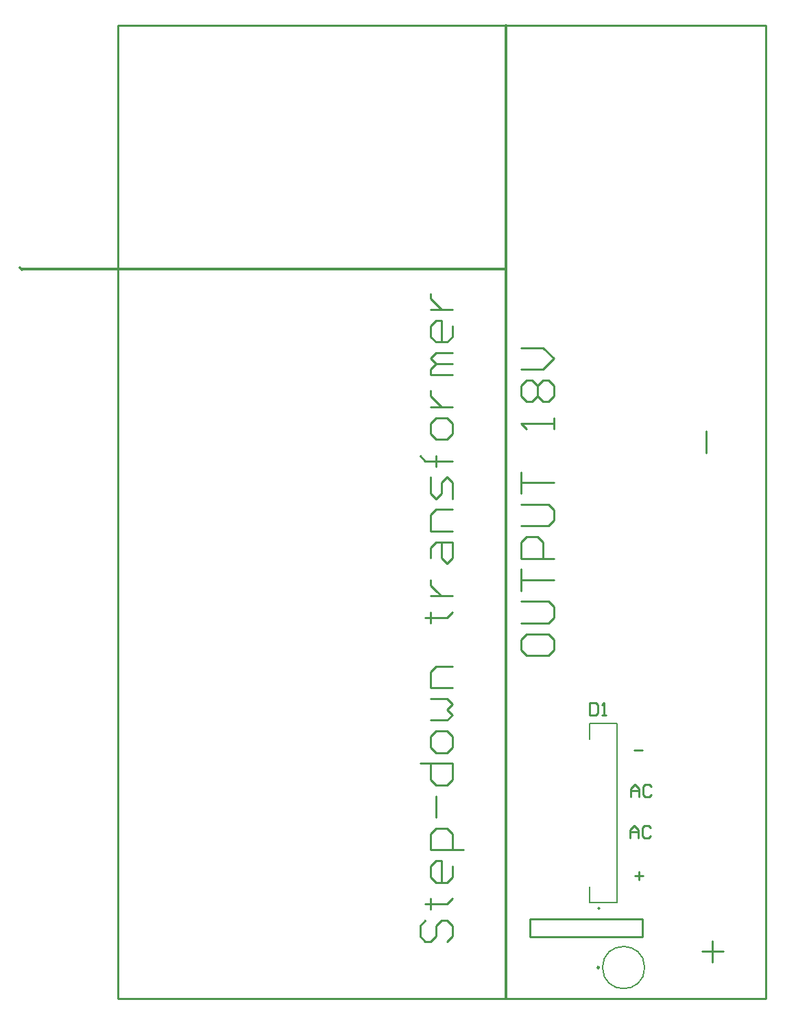
<source format=gto>
G04*
G04 #@! TF.GenerationSoftware,Altium Limited,Altium Designer,25.8.1 (18)*
G04*
G04 Layer_Color=65535*
%FSLAX44Y44*%
%MOMM*%
G71*
G04*
G04 #@! TF.SameCoordinates,5DA74081-E4BE-40B8-AF76-FA1F03DB232E*
G04*
G04*
G04 #@! TF.FilePolarity,Positive*
G04*
G01*
G75*
%ADD10C,0.1500*%
%ADD11C,0.2500*%
%ADD12C,0.2000*%
%ADD13C,0.2540*%
%ADD14C,0.3000*%
%ADD15C,0.1270*%
D10*
X771490Y38100D02*
G03*
X771490Y38100I-26000J0D01*
G01*
D11*
X715240D02*
G03*
X715240Y38100I-1250J0D01*
G01*
D12*
X716010Y111000D02*
G03*
X716010Y111000I-1000J0D01*
G01*
D13*
X629920Y76200D02*
X768350D01*
X629920Y97790D02*
X768350D01*
Y76200D02*
Y97790D01*
X629920Y76200D02*
Y97790D01*
X120750Y150D02*
X920750D01*
X120750Y1200150D02*
X920750D01*
Y150D02*
Y1200150D01*
X120750Y150D02*
Y1200150D01*
X855351Y44450D02*
Y71108D01*
X842022Y57779D02*
X868680D01*
X847090Y673100D02*
Y699758D01*
X619143Y442904D02*
Y429575D01*
X625807Y422910D01*
X652466D01*
X659130Y429575D01*
Y442904D01*
X652466Y449568D01*
X625807D01*
X619143Y442904D01*
Y462897D02*
X652466D01*
X659130Y469562D01*
Y482891D01*
X652466Y489555D01*
X619143D01*
Y502884D02*
Y529542D01*
Y516213D01*
X659130D01*
Y542871D02*
X619143D01*
Y562865D01*
X625807Y569529D01*
X639137D01*
X645801Y562865D01*
Y542871D01*
X619143Y582858D02*
X652466D01*
X659130Y589523D01*
Y602852D01*
X652466Y609516D01*
X619143D01*
Y622845D02*
Y649503D01*
Y636174D01*
X659130D01*
Y702820D02*
Y716149D01*
Y709484D01*
X619143D01*
X625807Y702820D01*
Y736142D02*
X619143Y742806D01*
Y756136D01*
X625807Y762800D01*
X632472D01*
X639137Y756136D01*
X645801Y762800D01*
X652466D01*
X659130Y756136D01*
Y742806D01*
X652466Y736142D01*
X645801D01*
X639137Y742806D01*
X632472Y736142D01*
X625807D01*
X639137Y742806D02*
Y756136D01*
X619143Y776129D02*
X645801D01*
X659130Y789458D01*
X645801Y802787D01*
X619143D01*
X758190Y306070D02*
X768347D01*
X753110Y198120D02*
Y208277D01*
X758188Y213355D01*
X763267Y208277D01*
Y198120D01*
Y205737D01*
X753110D01*
X778502Y210816D02*
X775963Y213355D01*
X770884D01*
X768345Y210816D01*
Y200659D01*
X770884Y198120D01*
X775963D01*
X778502Y200659D01*
X754380Y248920D02*
Y259077D01*
X759458Y264155D01*
X764537Y259077D01*
Y248920D01*
Y256537D01*
X754380D01*
X779772Y261616D02*
X777233Y264155D01*
X772154D01*
X769615Y261616D01*
Y251459D01*
X772154Y248920D01*
X777233D01*
X779772Y251459D01*
X759460Y151128D02*
X769617D01*
X764538Y156207D02*
Y146050D01*
X500718Y96508D02*
X494054Y89844D01*
Y76515D01*
X500718Y69850D01*
X507383D01*
X514047Y76515D01*
Y89844D01*
X520712Y96508D01*
X527377D01*
X534041Y89844D01*
Y76515D01*
X527377Y69850D01*
X500718Y116502D02*
X507383D01*
Y109837D01*
Y123166D01*
Y116502D01*
X527377D01*
X534041Y123166D01*
Y163153D02*
Y149824D01*
X527377Y143160D01*
X514047D01*
X507383Y149824D01*
Y163153D01*
X514047Y169818D01*
X520712D01*
Y143160D01*
X547370Y183147D02*
X507383D01*
Y203140D01*
X514047Y209805D01*
X527377D01*
X534041Y203140D01*
Y183147D01*
X514047Y223134D02*
Y249792D01*
X494054Y289779D02*
X534041D01*
Y269785D01*
X527377Y263121D01*
X514047D01*
X507383Y269785D01*
Y289779D01*
X534041Y309772D02*
Y323101D01*
X527377Y329766D01*
X514047D01*
X507383Y323101D01*
Y309772D01*
X514047Y303108D01*
X527377D01*
X534041Y309772D01*
X507383Y343095D02*
X527377D01*
X534041Y349759D01*
X527377Y356424D01*
X534041Y363088D01*
X527377Y369753D01*
X507383D01*
X534041Y383082D02*
X507383D01*
Y403076D01*
X514047Y409740D01*
X534041D01*
X500718Y469721D02*
X507383D01*
Y463056D01*
Y476385D01*
Y469721D01*
X527377D01*
X534041Y476385D01*
X507383Y496379D02*
X534041D01*
X520712D01*
X514047Y503043D01*
X507383Y509708D01*
Y516372D01*
Y543030D02*
Y556359D01*
X514047Y563024D01*
X534041D01*
Y543030D01*
X527377Y536366D01*
X520712Y543030D01*
Y563024D01*
X534041Y576353D02*
X507383D01*
Y596346D01*
X514047Y603011D01*
X534041D01*
Y616340D02*
Y636334D01*
X527377Y642998D01*
X520712Y636334D01*
Y623004D01*
X514047Y616340D01*
X507383Y623004D01*
Y642998D01*
X534041Y662991D02*
X500718D01*
X514047D01*
Y656327D01*
Y669656D01*
Y662991D01*
X500718D01*
X494054Y669656D01*
X534041Y696314D02*
Y709643D01*
X527377Y716308D01*
X514047D01*
X507383Y709643D01*
Y696314D01*
X514047Y689650D01*
X527377D01*
X534041Y696314D01*
X507383Y729637D02*
X534041D01*
X520712D01*
X514047Y736301D01*
X507383Y742966D01*
Y749630D01*
X534041Y769624D02*
X507383D01*
Y776288D01*
X514047Y782953D01*
X534041D01*
X514047D01*
X507383Y789617D01*
X514047Y796282D01*
X534041D01*
Y829604D02*
Y816275D01*
X527377Y809611D01*
X514047D01*
X507383Y816275D01*
Y829604D01*
X514047Y836269D01*
X520712D01*
Y809611D01*
X507383Y849598D02*
X534041D01*
X520712D01*
X514047Y856262D01*
X507383Y862927D01*
Y869591D01*
X703211Y364358D02*
Y349123D01*
X710828D01*
X713368Y351662D01*
Y361819D01*
X710828Y364358D01*
X703211D01*
X718446Y349123D02*
X723524D01*
X720985D01*
Y364358D01*
X718446Y361819D01*
D14*
X0Y901700D02*
X2540Y899160D01*
Y900000D02*
X598170D01*
X600000Y0D02*
Y1200150D01*
D15*
X703460Y118350D02*
Y137650D01*
Y319550D02*
Y338850D01*
Y118350D02*
X737760D01*
Y338850D01*
X703460D02*
X737760D01*
M02*

</source>
